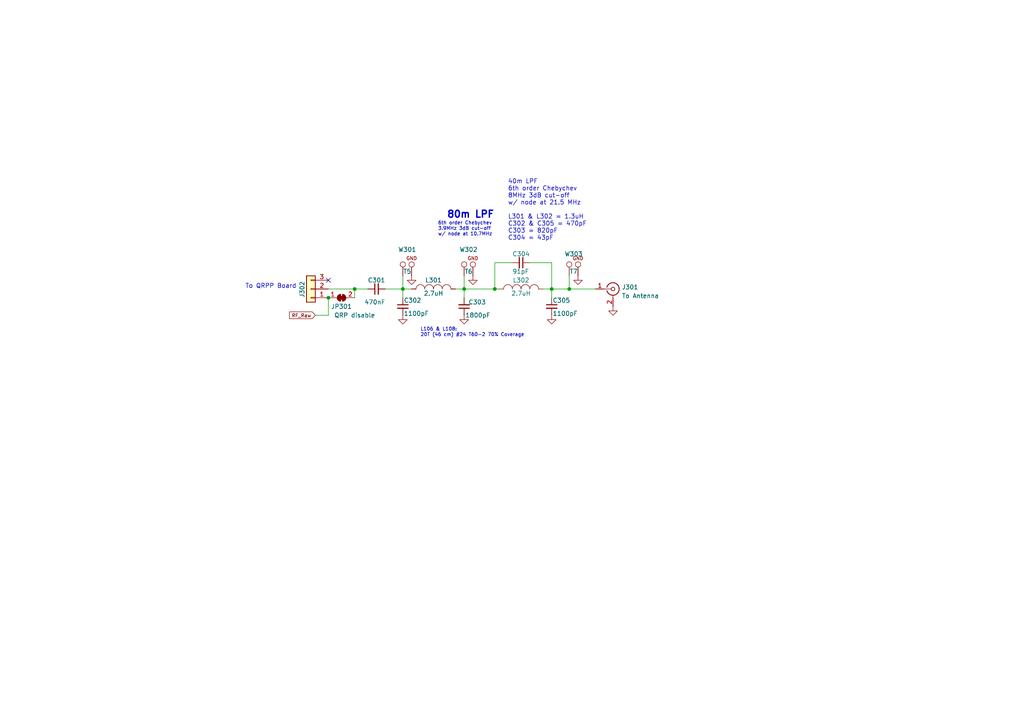
<source format=kicad_sch>
(kicad_sch (version 20211123) (generator eeschema)
  (paper "A4")
  (title_block (title "SignalSlinger Design") (date "2023-06-20") (rev "1.0"))
  (lib_symbols
    (symbol "Connector:Conn_Coaxial" (pin_names (offset 1.016) hide)
      (property "Reference" "J" (at 0.254 3.048 0))
      (property "Value" "Conn_Coaxial" (at 2.921 0 90))
      (symbol "Conn_Coaxial_0_1"
        (arc (start -1.778 -0.508) (mid 0.2311 -1.8066) (end 1.778 0) (stroke (width 0.254)))
        (polyline (pts (xy -2.54 0) (xy -0.508 0)))
        (polyline (pts (xy 0 -2.54) (xy 0 -1.778)))
        (circle (center 0 0) (radius 0.508) (stroke (width 0.2032)))
        (arc (start 1.778 0) (mid 0.2099 1.8101) (end -1.778 0.508) (stroke (width 0.254)))
      )
      (symbol "Conn_Coaxial_1_1"
        (pin passive line (at -5.08 0 0) (length 2.54) (name "In") (number "1"))
        (pin passive line (at 0 -5.08 90) (length 2.54) (name "Ext") (number "2"))
      )
    )
    (symbol "Connector:TEST_SCOPE" (pin_numbers hide) (pin_names (offset 0.762) hide)
      (property "Reference" "W101" (at 0 5.08 90))
      (property "Value" "TEST_SCOPE" (at -1.27 1.27 90))
      (symbol "TEST_SCOPE_0_0"
        (text "GND" (at 2.54 5.08 0) (effects (font (size 0.9906 0.9906))))
      )
      (symbol "TEST_SCOPE_0_1"
        (circle (center 0 3.302) (radius 0.762))
        (circle (center 2.54 3.302) (radius 0.762))
      )
      (symbol "TEST_SCOPE_1_1"
        (pin passive line (at 0 0 90) (length 2.54) (name "1") (number "1"))
        (pin input line (at 2.54 0 90) (length 2.54) (name "GND") (number "2"))
      )
    )
    (symbol "Connector_Generic:Conn_01x03" (pin_names (offset 1.016) hide)
      (property "Reference" "J" (at 0 5.08 0))
      (property "Value" "Conn_01x03" (at 0 -5.08 0))
      (symbol "Conn_01x03_1_1"
        (rectangle (start -1.27 -2.413) (end 0 -2.667) (stroke (width 0.1524)))
        (rectangle (start -1.27 0.127) (end 0 -0.127) (stroke (width 0.1524)))
        (rectangle (start -1.27 2.667) (end 0 2.413) (stroke (width 0.1524)))
        (rectangle (start -1.27 3.81) (end 1.27 -3.81) (stroke (width 0.254)) (fill (type background)))
        (pin passive line (at -5.08 2.54 0) (length 3.81) (name "Pin_1") (number "1"))
        (pin passive line (at -5.08 0 0) (length 3.81) (name "Pin_2") (number "2"))
        (pin passive line (at -5.08 -2.54 0) (length 3.81) (name "Pin_3") (number "3"))
      )
    )
    (symbol "Device:C_Small" (pin_numbers hide) (pin_names (offset 0.254) hide)
      (property "Reference" "C" (at 0.254 1.778 0))
      (property "Value" "C_Small" (at 0.254 -2.032 0))
      (symbol "C_Small_0_1"
        (polyline (pts (xy -1.524 -0.508) (xy 1.524 -0.508)) (stroke (width 0.3302)))
        (polyline (pts (xy -1.524 0.508) (xy 1.524 0.508)) (stroke (width 0.3048)))
      )
      (symbol "C_Small_1_1"
        (pin passive line (at 0 2.54 270) (length 2.032) (name "~") (number "1"))
        (pin passive line (at 0 -2.54 90) (length 2.032) (name "~") (number "2"))
      )
    )
    (symbol "Device:INDUCTOR_SMALL" (pin_numbers hide) (pin_names (offset 0) hide)
      (property "Reference" "L301" (at 0 2.54 0))
      (property "Value" "INDUCTOR_SMALL" (at 0 -1.27 0))
      (symbol "INDUCTOR_SMALL_0_1"
        (arc (start -2.54 0) (mid -3.81 1.27) (end -5.08 0))
        (arc (start 0 0) (mid -1.27 1.27) (end -2.54 0))
        (arc (start 2.54 0) (mid 1.27 1.27) (end 0 0))
        (arc (start 5.08 0) (mid 3.81 1.27) (end 2.54 0))
      )
      (symbol "INDUCTOR_SMALL_1_1"
        (pin input line (at -6.35 0 0) (length 1.27) (name "1") (number "1"))
        (pin input line (at 6.35 0 180) (length 1.27) (name "2") (number "2"))
      )
    )
    (symbol "Jumper:SolderJumper_2_Bridged" (pin_names (offset 0) hide)
      (property "Reference" "JP" (at 0 2.032 0))
      (property "Value" "SolderJumper_2_Bridged" (at 0 -2.54 0))
      (symbol "SolderJumper_2_Bridged_0_1"
        (rectangle (start -0.508 0.508) (end 0.508 -0.508) (fill (type outline)))
        (arc (start -0.254 1.016) (mid -1.27 0) (end -0.254 -1.016))
        (arc (start -0.254 1.016) (mid -1.27 0) (end -0.254 -1.016) (fill (type outline)))
        (polyline (pts (xy -0.254 1.016) (xy -0.254 -1.016)))
        (polyline (pts (xy 0.254 1.016) (xy 0.254 -1.016)))
        (arc (start 0.254 -1.016) (mid 1.27 0) (end 0.254 1.016))
        (arc (start 0.254 -1.016) (mid 1.27 0) (end 0.254 1.016) (fill (type outline)))
      )
      (symbol "SolderJumper_2_Bridged_1_1"
        (pin passive line (at -3.81 0 0) (length 2.54) (name "A") (number "1"))
        (pin passive line (at 3.81 0 180) (length 2.54) (name "B") (number "2"))
      )
    )
    (symbol "power:GND" (power) (pin_names (offset 0))
      (property "Value" "GND" (at 0 -3.81 0))
      (symbol "GND_0_1"
        (polyline (pts (xy 0 0) (xy 0 -1.27) (xy 1.27 -1.27) (xy 0 -2.54) (xy -1.27 -1.27) (xy 0 -1.27)))
      )
      (symbol "GND_1_1"
        (pin power_in line (at 0 0 270) (length 0) hide (name "GND") (number "1"))
      )
    )
  )
  (junction (at 165.1 83.82))
  (junction (at 134.62 83.82))
  (junction (at 143.51 83.82))
  (junction (at 95.25 86.36))
  (junction (at 116.84 83.82))
  (junction (at 102.87 83.82))
  (junction (at 160.02 83.82))
  (no_connect (at 95.25 81.28))
  (wire (pts (xy 95.25 91.44) (xy 95.25 86.36)))
  (wire (pts (xy 116.84 83.82) (xy 116.84 86.36)))
  (wire (pts (xy 95.25 83.82) (xy 102.87 83.82)))
  (wire (pts (xy 143.51 83.82) (xy 144.78 83.82)))
  (wire (pts (xy 116.84 80.01) (xy 116.84 83.82)))
  (wire (pts (xy 134.62 83.82) (xy 134.62 86.36)))
  (wire (pts (xy 134.62 80.01) (xy 134.62 83.82)))
  (wire (pts (xy 111.76 83.82) (xy 116.84 83.82)))
  (wire (pts (xy 157.48 83.82) (xy 160.02 83.82)))
  (wire (pts (xy 116.84 83.82) (xy 119.38 83.82)))
  (wire (pts (xy 143.51 76.2) (xy 143.51 83.82)))
  (wire (pts (xy 153.67 76.2) (xy 160.02 76.2)))
  (wire (pts (xy 132.08 83.82) (xy 134.62 83.82)))
  (wire (pts (xy 148.59 76.2) (xy 143.51 76.2)))
  (wire (pts (xy 160.02 83.82) (xy 160.02 86.36)))
  (wire (pts (xy 91.44 91.44) (xy 95.25 91.44)))
  (wire (pts (xy 102.87 83.82) (xy 106.68 83.82)))
  (wire (pts (xy 160.02 83.82) (xy 165.1 83.82)))
  (wire (pts (xy 165.1 80.01) (xy 165.1 83.82)))
  (wire (pts (xy 160.02 76.2) (xy 160.02 83.82)))
  (wire (pts (xy 102.87 83.82) (xy 102.87 86.36)))
  (wire (pts (xy 165.1 83.82) (xy 172.72 83.82)))
  (wire (pts (xy 134.62 83.82) (xy 143.51 83.82)))
  (text "6th order Chebychev\n3.9MHz 3dB cut-off\nw/ node at 10.7MHz" (at 127 68.58 0) (effects (font (size 0.9906 0.9906)) (justify left bottom)))
  (text "40m LPF\n6th order Chebychev\n8MHz 3dB cut-off\nw/ node at 21.5 MHz\n\nL301 & L302 = 1.3uH\nC302 & C305 = 470pF\nC303 = 820pF\nC304 = 43pF" (at 147.32 69.85 0) (effects (font (size 1.27 1.27)) (justify left bottom)))
  (text "L106 & L108:\n20T (46 cm) #24 T60-2 70% Coverage" (at 121.92 97.79 0) (effects (font (size 0.9906 0.9906)) (justify left bottom)))
  (text "To QRPP Board" (at 71.12 83.82 0) (effects (font (size 1.27 1.27)) (justify left bottom)))
  (text "80m LPF" (at 129.54 63.5 0) (effects (font (size 2.0066 2.0066) (thickness 0.4013) bold) (justify left bottom)))
  (global_label "RF_Raw" (shape input) (at 91.44 91.44 180) (effects (font (size 1 1))) (property "Intersheet References" "${INTERSHEET_REFS}" (effects hide)))
  (symbol (lib_id "Device:C_Small") (at 134.62 88.9 180) (unit 1)
    (property "Reference" "C303" (at 140.97 87.63 0) (effects (justify left)))
    (property "Value" "1800pF" (at 142.24 91.44 0) (effects (justify left)))
    (property "Footprint" "Capacitor_THT:C_Rect_L7.0mm_W2.5mm_P5.00mm" (effects hide))
    (property "Digi-Key Part No." "445-5752-1-ND" (effects hide))
    (property "Link" "<a href=\"https://www.digikey.com/products/en?keywords=445-5752-1-ND\">Link</a>" (effects hide))
    (property "Manufacturer" "TDK Corporation" (effects hide))
    (property "Manufacturer PN" "CGA4F2C0G2A182J085AA" (effects hide))
    (property "Description" "CAP CER 1800PF 100V C0G 0805" (effects hide))
    (property "LCSC Part Number" "C2173329" (effects hide))
  )
  (symbol (lib_id "Device:C_Small") (at 160.02 88.9 0) (unit 1)
    (property "Reference" "C305" (at 160.274 87.122 0) (effects (justify left)))
    (property "Value" "1100pF" (at 160.274 90.932 0) (effects (justify left)))
    (property "Footprint" "Capacitor_THT:C_Rect_L7.0mm_W2.5mm_P5.00mm" (effects hide))
    (property "Digi-Key Part No." "399-14552-1-ND" (effects hide))
    (property "Link" "<a href=\"https://www.digikey.com/products/en?keywords=399-14552-1-ND\">Link</a>" (effects hide))
    (property "Manufacturer" "KEMET" (effects hide))
    (property "Manufacturer PN" "C0805C112J5GAC7800" (effects hide))
    (property "Description" "CAP CER 1100PF 50V NP0 0805" (effects hide))
    (property "LCSC Part Number" "C2327793" (effects hide))
  )
  (symbol (lib_id "Device:C_Small") (at 116.84 88.9 0) (unit 1)
    (property "Reference" "C302" (at 117.094 87.122 0) (effects (justify left)))
    (property "Value" "1100pF" (at 117.094 90.932 0) (effects (justify left)))
    (property "Footprint" "Capacitor_THT:C_Rect_L7.0mm_W2.5mm_P5.00mm" (effects hide))
    (property "Digi-Key Part No." "399-14552-1-ND" (effects hide))
    (property "Link" "<a href=\"https://www.digikey.com/products/en?keywords=399-14552-1-ND\">Link</a>" (effects hide))
    (property "Manufacturer" "KEMET" (effects hide))
    (property "Manufacturer PN" "C0805C112J5GAC7800" (effects hide))
    (property "Description" "CAP CER 1100PF 50V NP0 0805" (effects hide))
    (property "LCSC Part Number" "C2327793" (effects hide))
  )
  (symbol (lib_id "Device:INDUCTOR_SMALL") (at 151.13 83.82 0) (unit 1)
    (property "Reference" "L302" (at 151.13 81.28 0))
    (property "Value" "2.7uH" (at 151.13 85.09 0))
    (property "Footprint" "Inductors:Toroid_T-60_2TH" (effects hide))
    (property "Digi-Key Part No." "T60-2 (Amidon)" (effects hide))
    (property "Link" "<a href=\"http://www.amidoncorp.com/t60-2/\">Link</a>" (effects hide))
    (property "Manufacturer" "TH" (effects hide))
    (property "Manufacturer PN" "TH" (effects hide))
    (property "Description" "TH" (effects hide))
  )
  (symbol (lib_id "Device:INDUCTOR_SMALL") (at 125.73 83.82 0) (unit 1)
    (property "Reference" "L301" (at 125.73 81.28 0))
    (property "Value" "2.7uH" (at 125.73 85.09 0))
    (property "Footprint" "Inductors:Toroid_T-60_2TH" (effects hide))
    (property "Digi-Key Part No." "T60-2 (Amidon)" (effects hide))
    (property "Link" "<a href=\"http://www.amidoncorp.com/t60-2/\">Link</a>" (effects hide))
    (property "Manufacturer" "TH" (effects hide))
    (property "Manufacturer PN" "TH" (effects hide))
    (property "Description" "TH" (effects hide))
  )
  (symbol (lib_id "Connector:TEST_SCOPE") (at 165.1 80.01 0) (unit 1)
    (property "Reference" "W303" (at 166.37 73.66 0))
    (property "Value" "T7" (at 166.37 78.74 0))
    (property "Footprint" "Measurement:Measurement_Point_ScopeProbe_Round-SMD-2sides-Pad_Small" (effects hide))
    (property "Digi-Key Part No." "np" (effects hide))
    (property "Link" "np" (effects hide))
  )
  (symbol (lib_id "Jumper:SolderJumper_2_Bridged") (at 99.06 86.36 0) (unit 1)
    (property "Reference" "JP301" (at 99.06 88.9 0))
    (property "Value" "QRP disable" (at 102.87 91.44 0))
    (property "Footprint" "Jumper:SolderJumper-2_P1.3mm_Bridged_RoundedPad1.0x1.5mm" (effects hide))
  )
  (symbol (lib_id "Device:C_Small") (at 109.22 83.82 90) (unit 1)
    (property "Reference" "C301" (at 111.76 81.28 90) (effects (justify left)))
    (property "Value" "470nF" (at 111.76 87.63 90) (effects (justify left)))
    (property "Footprint" "Capacitor_SMD:C_0805_2012Metric" (effects hide))
    (property "Digi-Key Part No." "478-9924-1-ND" (effects hide))
    (property "Link" "<a href=\"https://www.digikey.com/products/en?keywords=478-9924-1-ND\">Link</a>" (effects hide))
    (property "Manufacturer" "AVX Corporation" (effects hide))
    (property "Manufacturer PN" "08051C474K4Z2A" (effects hide))
    (property "Description" "CAP CER 0.47UF 100V X7R 0805" (effects hide))
    (property "LCSC Part Number" "C342818" (effects hide))
  )
  (symbol (lib_id "Device:C_Small") (at 151.13 76.2 270) (unit 1)
    (property "Reference" "C304" (at 148.59 73.66 90) (effects (justify left)))
    (property "Value" "91pF" (at 148.59 78.74 90) (effects (justify left)))
    (property "Footprint" "Capacitor_THT:C_Rect_L7.0mm_W2.5mm_P5.00mm" (effects hide))
    (property "Digi-Key Part No." "478-10247-1-ND" (effects hide))
    (property "Link" "<a href=\"https://www.digikey.com/products/en?keywords=478-10247-1-ND\">Link</a>" (effects hide))
    (property "Manufacturer" "KYOCERA AVX" (effects hide))
    (property "Manufacturer PN" "06031U910FAT2A" (effects hide))
    (property "Description" "CAP CER 91PF 100V NP0 0603" (effects hide))
    (property "LCSC Part Number" "C2170042" (effects hide))
  )
  (symbol (lib_id "power:GND") (at 160.02 91.44 0) (unit 1)
    (property "Reference" "#PWR0305" (effects hide))
    (property "Value" "GND" (effects hide))
  )
  (symbol (lib_id "Connector_Generic:Conn_01x03") (at 90.17 83.82 180) (unit 1)
    (property "Reference" "J302" (at 87.63 86.36 90) (effects (justify right)))
    (property "Value" "Conn_01x03" (effects hide))
    (property "Footprint" "Connector_PinHeader_2.54mm:PinHeader_1x03_P2.54mm_Vertical" (effects hide))
  )
  (symbol (lib_id "Connector:TEST_SCOPE") (at 116.84 80.01 0) (unit 1)
    (property "Reference" "W301" (at 118.11 72.39 0))
    (property "Value" "T5" (at 118.11 78.74 0))
    (property "Footprint" "Measurement:Measurement_Point_ScopeProbe_Round-SMD-2sides-Pad_Small" (effects hide))
    (property "Digi-Key Part No." "np" (effects hide))
    (property "Link" "np" (effects hide))
  )
  (symbol (lib_id "power:GND") (at 116.84 91.44 0) (unit 1)
    (property "Reference" "#PWR0301" (effects hide))
    (property "Value" "GND" (effects hide))
  )
  (symbol (lib_id "Connector:TEST_SCOPE") (at 134.62 80.01 0) (unit 1)
    (property "Reference" "W302" (at 135.89 72.39 0))
    (property "Value" "T6" (at 135.89 78.74 0))
    (property "Footprint" "Measurement:Measurement_Point_ScopeProbe_Round-SMD-2sides-Pad_Small" (effects hide))
    (property "Digi-Key Part No." "np" (effects hide))
    (property "Link" "np" (effects hide))
  )
  (symbol (lib_id "power:GND") (at 167.64 80.01 0) (unit 1)
    (property "Reference" "#PWR0306" (effects hide))
    (property "Value" "GND" (effects hide))
  )
  (symbol (lib_id "Connector:Conn_Coaxial") (at 177.8 83.82 0) (unit 1)
    (property "Reference" "J301" (at 180.3401 83.2785 0) (effects (justify left)))
    (property "Value" "To Antenna" (at 180.3401 85.8154 0) (effects (justify left)))
    (property "Footprint" "Connector_Coaxial:BNC_TEConnectivity_1478035_Horizontal" (effects hide))
    (property "Digi-Key Part No." "ARF1065-ND" (effects hide))
    (property "Link" "https://www.digikey.com/en/products/detail/amphenol-rf/31-5431/80179?utm_adgroup=Coaxial%20Connectors%20%28RF%29&utm_source=google&utm_medium=cpc&utm_campaign=Shopping_Product_Connectors%2C%20Interconnects&utm_term=&utm_content=Coaxial%20Connectors%20%28RF%29&gclid=Cj0KCQjw1rqkBhCTARIsAAHz7K07BKQI4hz-lx2UKWOAkhojF887qRyZwSAGP9HUwnWBejkHZJLi92kaAsMsEALw_wcB" (effects hide))
    (property "Manufacturer" "Amphenol RF" (effects hide))
    (property "Manufacturer PN" "31-5431" (effects hide))
    (property "Description" "CONN BNC JACK R/A 50 OHM PCB" (effects hide))
  )
  (symbol (lib_id "power:GND") (at 134.62 91.44 0) (unit 1)
    (property "Reference" "#PWR0303" (effects hide))
    (property "Value" "GND" (effects hide))
  )
  (symbol (lib_id "power:GND") (at 177.8 88.9 0) (unit 1)
    (property "Reference" "#PWR0307" (effects hide))
    (property "Value" "GND" (effects hide))
  )
  (symbol (lib_id "power:GND") (at 137.16 80.01 0) (unit 1)
    (property "Reference" "#PWR0304" (effects hide))
    (property "Value" "GND" (effects hide))
  )
  (symbol (lib_id "power:GND") (at 119.38 80.01 0) (unit 1)
    (property "Reference" "#PWR0302" (effects hide))
    (property "Value" "GND" (effects hide))
  )
)
</source>
